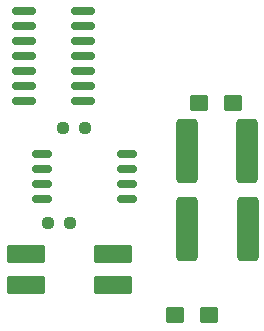
<source format=gbp>
%TF.GenerationSoftware,KiCad,Pcbnew,9.0.6-9.0.6~ubuntu25.04.1*%
%TF.CreationDate,2025-12-03T21:26:08+01:00*%
%TF.ProjectId,CPU,4350552e-6b69-4636-9164-5f7063625858,V0.2*%
%TF.SameCoordinates,Original*%
%TF.FileFunction,Paste,Bot*%
%TF.FilePolarity,Positive*%
%FSLAX46Y46*%
G04 Gerber Fmt 4.6, Leading zero omitted, Abs format (unit mm)*
G04 Created by KiCad (PCBNEW 9.0.6-9.0.6~ubuntu25.04.1) date 2025-12-03 21:26:08*
%MOMM*%
%LPD*%
G01*
G04 APERTURE LIST*
G04 Aperture macros list*
%AMRoundRect*
0 Rectangle with rounded corners*
0 $1 Rounding radius*
0 $2 $3 $4 $5 $6 $7 $8 $9 X,Y pos of 4 corners*
0 Add a 4 corners polygon primitive as box body*
4,1,4,$2,$3,$4,$5,$6,$7,$8,$9,$2,$3,0*
0 Add four circle primitives for the rounded corners*
1,1,$1+$1,$2,$3*
1,1,$1+$1,$4,$5*
1,1,$1+$1,$6,$7*
1,1,$1+$1,$8,$9*
0 Add four rect primitives between the rounded corners*
20,1,$1+$1,$2,$3,$4,$5,0*
20,1,$1+$1,$4,$5,$6,$7,0*
20,1,$1+$1,$6,$7,$8,$9,0*
20,1,$1+$1,$8,$9,$2,$3,0*%
G04 Aperture macros list end*
%ADD10RoundRect,0.237500X0.250000X0.237500X-0.250000X0.237500X-0.250000X-0.237500X0.250000X-0.237500X0*%
%ADD11RoundRect,0.162500X-0.650000X-0.162500X0.650000X-0.162500X0.650000X0.162500X-0.650000X0.162500X0*%
%ADD12RoundRect,0.250001X-1.399999X-0.519999X1.399999X-0.519999X1.399999X0.519999X-1.399999X0.519999X0*%
%ADD13RoundRect,0.150000X0.825000X0.150000X-0.825000X0.150000X-0.825000X-0.150000X0.825000X-0.150000X0*%
%ADD14RoundRect,0.250000X0.650000X2.450000X-0.650000X2.450000X-0.650000X-2.450000X0.650000X-2.450000X0*%
%ADD15RoundRect,0.250000X-0.545000X-0.445000X0.545000X-0.445000X0.545000X0.445000X-0.545000X0.445000X0*%
G04 APERTURE END LIST*
D10*
%TO.C,R404*%
X95754200Y-134899400D03*
X93929200Y-134899400D03*
%TD*%
D11*
%TO.C,U404*%
X92139000Y-140919200D03*
X92139000Y-139649200D03*
X92139000Y-138379200D03*
X92139000Y-137109200D03*
X99314000Y-137109200D03*
X99314000Y-138379200D03*
X99314000Y-139649200D03*
X99314000Y-140919200D03*
%TD*%
D12*
%TO.C,Y401*%
X90737200Y-145593600D03*
X98137200Y-145593600D03*
X98137200Y-148233600D03*
X90737200Y-148233600D03*
%TD*%
D13*
%TO.C,U405*%
X95567250Y-124996300D03*
X95567250Y-126266300D03*
X95567250Y-127536300D03*
X95567250Y-128806300D03*
X95567250Y-130076300D03*
X95567250Y-131346300D03*
X95567250Y-132616300D03*
X90617250Y-132616300D03*
X90617250Y-131346300D03*
X90617250Y-130076300D03*
X90617250Y-128806300D03*
X90617250Y-127536300D03*
X90617250Y-126266300D03*
X90617250Y-124996300D03*
%TD*%
D14*
%TO.C,L401*%
X109458600Y-136880600D03*
X104358600Y-136880600D03*
%TD*%
%TO.C,L402*%
X109509400Y-143484600D03*
X104409400Y-143484600D03*
%TD*%
D10*
%TO.C,R402*%
X94462600Y-142976600D03*
X92637600Y-142976600D03*
%TD*%
D15*
%TO.C,C408*%
X105400200Y-132765800D03*
X108280200Y-132765800D03*
%TD*%
%TO.C,C409*%
X103352600Y-150723600D03*
X106232600Y-150723600D03*
%TD*%
M02*

</source>
